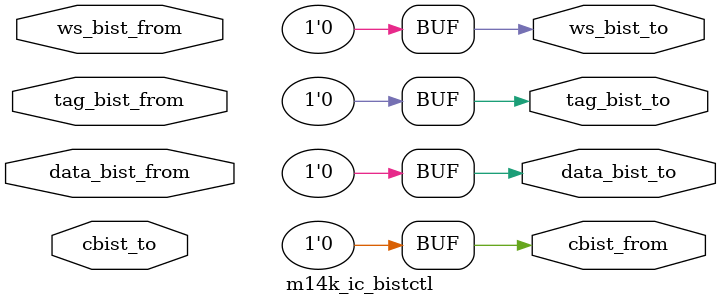
<source format=v>



// Comments for verilint...Since this is a placeholder module for bist,
//  some inputs are unused.
//verilint 240 off // Unused input

`include "m14k_const.vh"
module m14k_ic_bistctl(
	cbist_to,
	tag_bist_from,
	ws_bist_from,
	data_bist_from,
	cbist_from,
	tag_bist_to,
	ws_bist_to,
	data_bist_to);


	parameter	BIST_TO_WIDTH = 1;		// top-level cache bist input width
	parameter	BIST_FROM_WIDTH = 1;		// top-level cache bist output width
	parameter	TAG_BIST_TO_WIDTH = 1;	// bist width to cache tag array
	parameter	TAG_BIST_FROM_WIDTH = 1;	// bist width from cache tag array
        parameter       WS_BIST_TO_WIDTH = 1;
        parameter       WS_BIST_FROM_WIDTH = 1;
	parameter	DATA_BIST_TO_WIDTH = 1;	// bist width to cache data aray
	parameter	DATA_BIST_FROM_WIDTH = 1;	// bist width from cache data aray

	/* Inputs */
	input [BIST_TO_WIDTH-1:0]		cbist_to;	// top-level cache bist input signals
	input [TAG_BIST_FROM_WIDTH-1:0]	tag_bist_from;	// bist signals from cache tag
        input [WS_BIST_FROM_WIDTH-1:0]  ws_bist_from;
	input [DATA_BIST_FROM_WIDTH-1:0]	data_bist_from;	// bist signals from cache data

	/* Outputs */
	output [BIST_FROM_WIDTH-1:0]		cbist_from;	// top-level cache bist output signals
	output [TAG_BIST_TO_WIDTH-1:0]	tag_bist_to;	// bist signals to cache tag
        output [WS_BIST_TO_WIDTH-1:0]           ws_bist_to;
	output [DATA_BIST_TO_WIDTH-1:0]	data_bist_to;	// bist signals to cache data

// BEGIN Wire declarations made by MVP
wire [TAG_BIST_TO_WIDTH-1:0] /*[0:0]*/ tag_bist_to;
wire [DATA_BIST_TO_WIDTH-1:0] /*[0:0]*/ data_bist_to;
wire [BIST_FROM_WIDTH-1:0] /*[0:0]*/ cbist_from;
wire [WS_BIST_TO_WIDTH-1:0] /*[0:0]*/ ws_bist_to;
// END Wire declarations made by MVP


	/* Inouts */

	// End of I/O


	/* Internal Block Wires */



	assign cbist_from [BIST_FROM_WIDTH-1:0] = {BIST_FROM_WIDTH{1'b0}};
	assign tag_bist_to [TAG_BIST_TO_WIDTH-1:0] = {BIST_FROM_WIDTH{1'b0}};
        assign ws_bist_to [WS_BIST_TO_WIDTH-1:0] = {BIST_FROM_WIDTH{1'b0}};
	assign data_bist_to [DATA_BIST_TO_WIDTH-1:0] = {BIST_FROM_WIDTH{1'b0}};

//verilint 240 on // Unused input
endmodule	// bistctl_cache

</source>
